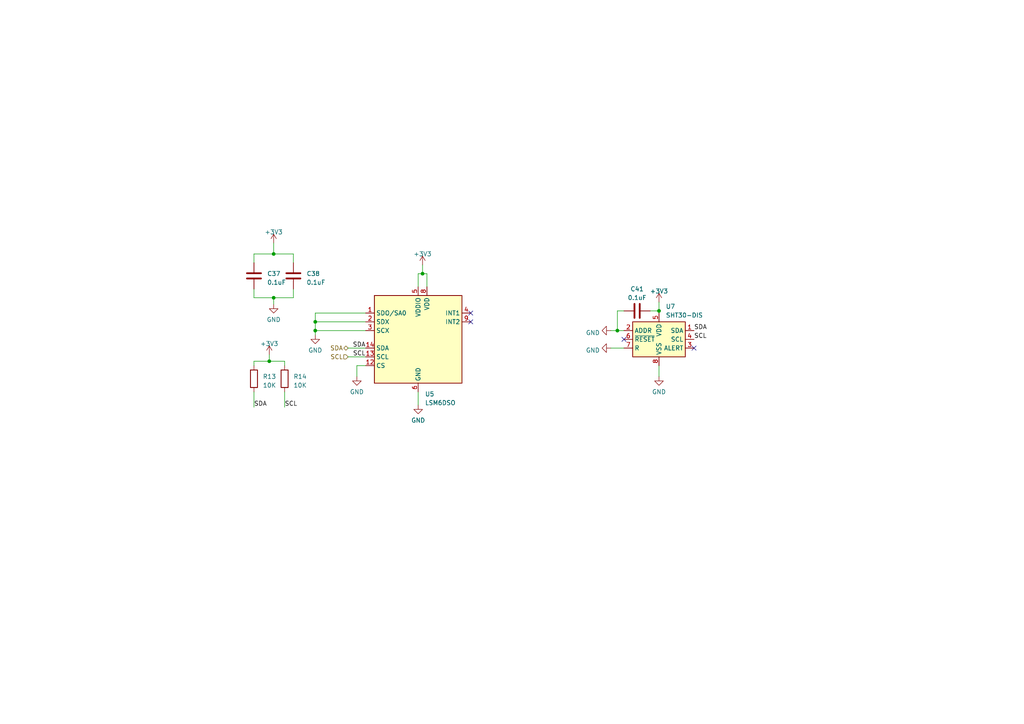
<source format=kicad_sch>
(kicad_sch (version 20230409) (generator eeschema)
  (paper "A4")
  (title_block (title "haptic-knob") (company "wirano"))
  (lib_symbols
    (symbol "Device:C" (pin_numbers hide) (pin_names (offset 0.254))
      (property "Reference" "C" (at 0.635 2.54 0))
      (property "Value" "C" (at 0.635 -2.54 0))
      (symbol "C_0_1"
        (polyline (pts (xy -2.032 -0.762) (xy 2.032 -0.762)) (stroke (width 0.508)))
        (polyline (pts (xy -2.032 0.762) (xy 2.032 0.762)) (stroke (width 0.508)))
      )
      (symbol "C_1_1"
        (pin passive line (at 0 3.81 270) (length 2.794) (name "~") (number "1"))
        (pin passive line (at 0 -3.81 90) (length 2.794) (name "~") (number "2"))
      )
    )
    (symbol "Device:R" (pin_numbers hide) (pin_names (offset 0))
      (property "Reference" "R" (at 2.032 0 90))
      (property "Value" "R" (at 0 0 90))
      (symbol "R_0_1"
        (rectangle (start -1.016 -2.54) (end 1.016 2.54) (stroke (width 0.254)))
      )
      (symbol "R_1_1"
        (pin passive line (at 0 3.81 270) (length 1.27) (name "~") (number "1"))
        (pin passive line (at 0 -3.81 90) (length 1.27) (name "~") (number "2"))
      )
    )
    (symbol "Sensor_Humidity:SHT30-DIS"
      (property "Reference" "U" (at -6.35 6.35 0))
      (property "Value" "SHT30-DIS" (at 6.35 6.35 0))
      (symbol "SHT30-DIS_0_1"
        (rectangle (start -7.62 5.08) (end 7.62 -5.08) (stroke (width 0.254)) (fill (type background)))
      )
      (symbol "SHT30-DIS_1_1"
        (pin bidirectional line (at 10.16 2.54 180) (length 2.54) (name "SDA") (number "1"))
        (pin input line (at -10.16 2.54 0) (length 2.54) (name "ADDR") (number "2"))
        (pin output line (at 10.16 -2.54 180) (length 2.54) (name "ALERT") (number "3"))
        (pin input line (at 10.16 0 180) (length 2.54) (name "SCL") (number "4"))
        (pin power_in line (at 0 7.62 270) (length 2.54) (name "VDD") (number "5"))
        (pin input line (at -10.16 0 0) (length 2.54) (name "~{RESET}") (number "6"))
        (pin passive line (at -10.16 -2.54 0) (length 2.54) (name "R") (number "7"))
        (pin power_in line (at 0 -7.62 90) (length 2.54) (name "VSS") (number "8"))
        (pin passive line (at 0 -7.62 90) (length 2.54) hide (name "VSS") (number "9"))
      )
    )
    (symbol "Sensor_Motion:LSM6DSL"
      (property "Reference" "U" (at -11.43 15.24 0))
      (property "Value" "LSM6DSL" (at -11.43 12.7 0))
      (symbol "LSM6DSL_0_1"
        (rectangle (start -12.7 12.7) (end 12.7 -12.7) (stroke (width 0.254)) (fill (type background)))
      )
      (symbol "LSM6DSL_1_1"
        (pin bidirectional line (at -15.24 7.62 0) (length 2.54) (name "SDO/SA0") (number "1"))
        (pin no_connect line (at 12.7 -5.08 180) (length 3.81) hide (name "NC") (number "10"))
        (pin no_connect line (at 12.7 -2.54 180) (length 3.81) hide (name "NC") (number "11"))
        (pin input line (at -15.24 -7.62 0) (length 2.54) (name "CS") (number "12"))
        (pin input line (at -15.24 -5.08 0) (length 2.54) (name "SCL") (number "13"))
        (pin bidirectional line (at -15.24 -2.54 0) (length 2.54) (name "SDA") (number "14"))
        (pin bidirectional line (at -15.24 5.08 0) (length 2.54) (name "SDX") (number "2"))
        (pin input line (at -15.24 2.54 0) (length 2.54) (name "SCX") (number "3"))
        (pin output line (at 15.24 7.62 180) (length 2.54) (name "INT1") (number "4"))
        (pin power_in line (at 0 15.24 270) (length 2.54) (name "VDDIO") (number "5"))
        (pin power_in line (at 0 -15.24 90) (length 2.54) (name "GND") (number "6"))
        (pin passive line (at 0 -15.24 90) (length 2.54) hide (name "GND") (number "7"))
        (pin power_in line (at 2.54 15.24 270) (length 2.54) (name "VDD") (number "8"))
        (pin output line (at 15.24 5.08 180) (length 2.54) (name "INT2") (number "9"))
      )
    )
    (symbol "power:+3V3" (power) (pin_names (offset 0))
      (property "Value" "+3V3" (at 0 3.556 0))
      (symbol "+3V3_0_1"
        (polyline (pts (xy -0.762 1.27) (xy 0 2.54)))
        (polyline (pts (xy 0 0) (xy 0 2.54)))
        (polyline (pts (xy 0 2.54) (xy 0.762 1.27)))
      )
      (symbol "+3V3_1_1"
        (pin power_in line (at 0 0 90) (length 0) hide (name "+3V3") (number "1"))
      )
    )
    (symbol "power:GND" (power) (pin_names (offset 0))
      (property "Value" "GND" (at 0 -3.81 0))
      (symbol "GND_0_1"
        (polyline (pts (xy 0 0) (xy 0 -1.27) (xy 1.27 -1.27) (xy 0 -2.54) (xy -1.27 -1.27) (xy 0 -1.27)))
      )
      (symbol "GND_1_1"
        (pin power_in line (at 0 0 270) (length 0) hide (name "GND") (number "1"))
      )
    )
  )
  (junction (at 179.07 95.885))
  (junction (at 91.44 93.345))
  (junction (at 79.375 86.36))
  (junction (at 78.105 104.775))
  (junction (at 191.135 90.17))
  (junction (at 122.555 79.375))
  (junction (at 79.375 73.66))
  (junction (at 91.44 95.885))
  (no_connect (at 136.525 90.805))
  (no_connect (at 180.975 98.425))
  (no_connect (at 136.525 93.345))
  (no_connect (at 201.295 100.965))
  (wire (pts (xy 91.44 93.345) (xy 91.44 95.885)))
  (wire (pts (xy 179.07 90.17) (xy 179.07 95.885)))
  (wire (pts (xy 121.285 83.185) (xy 121.285 79.375)))
  (wire (pts (xy 73.66 83.82) (xy 73.66 86.36)))
  (wire (pts (xy 73.66 113.665) (xy 73.66 118.11)))
  (wire (pts (xy 106.045 90.805) (xy 91.44 90.805)))
  (wire (pts (xy 82.55 104.775) (xy 82.55 106.045)))
  (wire (pts (xy 79.375 86.36) (xy 85.09 86.36)))
  (wire (pts (xy 91.44 90.805) (xy 91.44 93.345)))
  (wire (pts (xy 73.66 73.66) (xy 79.375 73.66)))
  (wire (pts (xy 106.045 106.045) (xy 103.505 106.045)))
  (wire (pts (xy 82.55 113.665) (xy 82.55 118.11)))
  (wire (pts (xy 79.375 73.66) (xy 85.09 73.66)))
  (wire (pts (xy 177.165 95.885) (xy 179.07 95.885)))
  (wire (pts (xy 73.66 106.045) (xy 73.66 104.775)))
  (wire (pts (xy 103.505 106.045) (xy 103.505 109.22)))
  (wire (pts (xy 121.285 79.375) (xy 122.555 79.375)))
  (wire (pts (xy 122.555 79.375) (xy 123.825 79.375)))
  (wire (pts (xy 191.135 90.17) (xy 191.135 90.805)))
  (wire (pts (xy 78.105 104.775) (xy 82.55 104.775)))
  (wire (pts (xy 85.09 86.36) (xy 85.09 83.82)))
  (wire (pts (xy 191.135 106.045) (xy 191.135 109.22)))
  (wire (pts (xy 85.09 73.66) (xy 85.09 76.2)))
  (wire (pts (xy 100.965 103.505) (xy 106.045 103.505)))
  (wire (pts (xy 106.045 95.885) (xy 91.44 95.885)))
  (wire (pts (xy 78.105 102.87) (xy 78.105 104.775)))
  (wire (pts (xy 91.44 95.885) (xy 91.44 97.155)))
  (wire (pts (xy 73.66 76.2) (xy 73.66 73.66)))
  (wire (pts (xy 180.975 90.17) (xy 179.07 90.17)))
  (wire (pts (xy 79.375 70.485) (xy 79.375 73.66)))
  (wire (pts (xy 191.135 87.63) (xy 191.135 90.17)))
  (wire (pts (xy 79.375 88.265) (xy 79.375 86.36)))
  (wire (pts (xy 121.285 117.475) (xy 121.285 113.665)))
  (wire (pts (xy 188.595 90.17) (xy 191.135 90.17)))
  (wire (pts (xy 106.045 93.345) (xy 91.44 93.345)))
  (wire (pts (xy 179.07 95.885) (xy 180.975 95.885)))
  (wire (pts (xy 123.825 79.375) (xy 123.825 83.185)))
  (wire (pts (xy 73.66 86.36) (xy 79.375 86.36)))
  (wire (pts (xy 122.555 76.835) (xy 122.555 79.375)))
  (wire (pts (xy 100.965 100.965) (xy 106.045 100.965)))
  (wire (pts (xy 73.66 104.775) (xy 78.105 104.775)))
  (wire (pts (xy 177.165 100.965) (xy 180.975 100.965)))
  (label "SCL" (at 106.045 103.505 180))
  (label "SDA" (at 201.295 95.885 0))
  (label "SCL" (at 201.295 98.425 0))
  (label "SDA" (at 106.045 100.965 180))
  (label "SDA" (at 73.66 118.11 0))
  (label "SCL" (at 82.55 118.11 0))
  (hierarchical_label "SDA" (shape bidirectional) (at 100.965 100.965 180))
  (hierarchical_label "SCL" (shape input) (at 100.965 103.505 180))
  (symbol (lib_id "power:+3V3") (at 79.375 70.485 0) (unit 1)
    (property "Reference" "#PWR053" (effects hide))
    (property "Value" "+3V3" (at 79.375 67.31 0))
  )
  (symbol (lib_id "power:+3V3") (at 122.555 76.835 0) (unit 1)
    (property "Reference" "#PWR052" (effects hide))
    (property "Value" "+3V3" (at 122.555 73.66 0))
  )
  (symbol (lib_id "Device:C") (at 85.09 80.01 0) (unit 1)
    (property "Reference" "C38" (at 88.9 79.375 0) (effects (justify left)))
    (property "Value" "0.1uF" (at 88.9 81.915 0) (effects (justify left)))
    (property "Footprint" "Capacitor_SMD:C_0402_1005Metric" (effects hide))
  )
  (symbol (lib_id "Sensor_Motion:LSM6DSL") (at 121.285 98.425 0) (unit 1)
    (property "Reference" "U5" (at 123.2409 114.3 0) (effects (justify left)))
    (property "Value" "LSM6DSO" (at 123.2409 116.84 0) (effects (justify left)))
    (property "Footprint" "Package_LGA:LGA-14_3x2.5mm_P0.5mm_LayoutBorder3x4y" (effects hide))
    (property "Datasheet" "https://www.st.com/resource/en/datasheet/lsm6dso.pdf" (effects hide))
  )
  (symbol (lib_id "power:+3V3") (at 78.105 102.87 0) (unit 1)
    (property "Reference" "#PWR056" (effects hide))
    (property "Value" "+3V3" (at 78.105 99.695 0))
  )
  (symbol (lib_id "power:GND") (at 103.505 109.22 0) (unit 1)
    (property "Reference" "#PWR058" (effects hide))
    (property "Value" "GND" (at 103.505 113.665 0))
  )
  (symbol (lib_id "power:+3V3") (at 191.135 87.63 0) (unit 1)
    (property "Reference" "#PWR059" (effects hide))
    (property "Value" "+3V3" (at 191.135 84.455 0))
  )
  (symbol (lib_id "power:GND") (at 79.375 88.265 0) (unit 1)
    (property "Reference" "#PWR054" (effects hide))
    (property "Value" "GND" (at 79.375 92.71 0))
  )
  (symbol (lib_id "power:GND") (at 91.44 97.155 0) (unit 1)
    (property "Reference" "#PWR055" (effects hide))
    (property "Value" "GND" (at 91.44 101.6 0))
  )
  (symbol (lib_id "Device:R") (at 73.66 109.855 0) (unit 1)
    (property "Reference" "R13" (at 76.2 109.22 0) (effects (justify left)))
    (property "Value" "10K" (at 76.2 111.76 0) (effects (justify left)))
    (property "Footprint" "Resistor_SMD:R_0402_1005Metric" (effects hide))
  )
  (symbol (lib_id "Device:C") (at 184.785 90.17 90) (unit 1)
    (property "Reference" "C41" (at 184.785 83.82 90))
    (property "Value" "0.1uF" (at 184.785 86.36 90))
    (property "Footprint" "Capacitor_SMD:C_0402_1005Metric" (effects hide))
  )
  (symbol (lib_id "power:GND") (at 121.285 117.475 0) (unit 1)
    (property "Reference" "#PWR051" (effects hide))
    (property "Value" "GND" (at 121.285 121.92 0))
  )
  (symbol (lib_id "Device:C") (at 73.66 80.01 0) (unit 1)
    (property "Reference" "C37" (at 77.47 79.375 0) (effects (justify left)))
    (property "Value" "0.1uF" (at 77.47 81.915 0) (effects (justify left)))
    (property "Footprint" "Capacitor_SMD:C_0402_1005Metric" (effects hide))
  )
  (symbol (lib_id "power:GND") (at 177.165 100.965 270) (unit 1)
    (property "Reference" "#PWR062" (effects hide))
    (property "Value" "GND" (at 173.99 101.6 90) (effects (justify right)))
  )
  (symbol (lib_id "power:GND") (at 177.165 95.885 270) (unit 1)
    (property "Reference" "#PWR061" (effects hide))
    (property "Value" "GND" (at 173.99 96.52 90) (effects (justify right)))
  )
  (symbol (lib_id "power:GND") (at 191.135 109.22 0) (unit 1)
    (property "Reference" "#PWR060" (effects hide))
    (property "Value" "GND" (at 191.135 113.665 0))
  )
  (symbol (lib_id "Sensor_Humidity:SHT30-DIS") (at 191.135 98.425 0) (unit 1)
    (property "Reference" "U7" (at 193.0909 88.9 0) (effects (justify left)))
    (property "Value" "SHT30-DIS" (at 193.0909 91.44 0) (effects (justify left)))
    (property "Footprint" "Sensor_Humidity:Sensirion_DFN-8-1EP_2.5x2.5mm_P0.5mm_EP1.1x1.7mm" (effects hide))
    (property "Datasheet" "https://www.sensirion.com/fileadmin/user_upload/customers/sensirion/Dokumente/2_Humidity_Sensors/Datasheets/Sensirion_Humidity_Sensors_SHT3x_Datasheet_digital.pdf" (effects hide))
  )
  (symbol (lib_id "Device:R") (at 82.55 109.855 0) (unit 1)
    (property "Reference" "R14" (at 85.09 109.22 0) (effects (justify left)))
    (property "Value" "10K" (at 85.09 111.76 0) (effects (justify left)))
    (property "Footprint" "Resistor_SMD:R_0402_1005Metric" (effects hide))
  )
)
</source>
